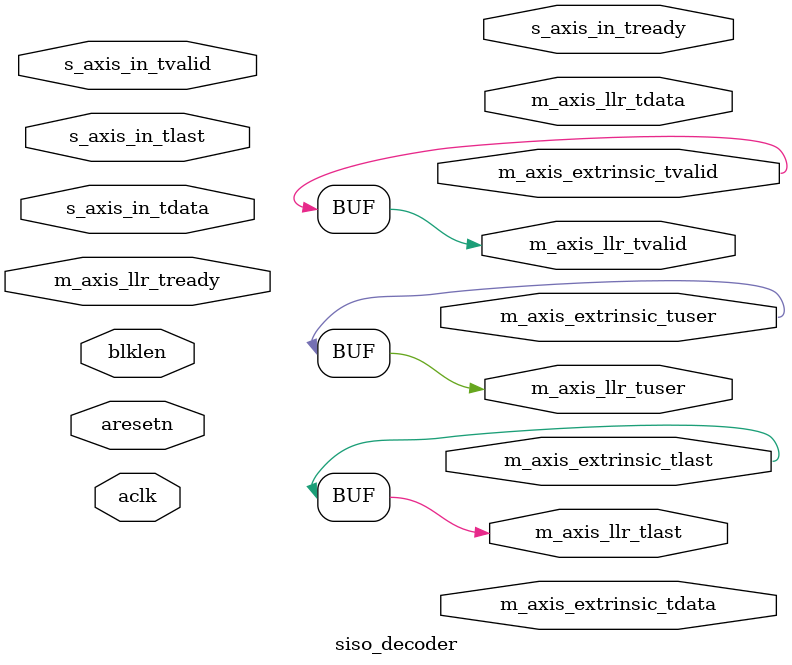
<source format=v>
module siso_decoder#(
	parameter DATA_WIDTH = 16,
	parameter DEPTH_BUF  = 256
)(
	input aclk,
	input aresetn,
	
	input [DATA_WIDTH - 1 : 0]  blklen,
	
	input [DATA_WIDTH - 1 : 0]  s_axis_in_tdata,
	input                       s_axis_in_tvalid,
	input                       s_axis_in_tlast,
	output reg                  s_axis_in_tready,	
	
	input                           m_axis_llr_tready, 
	output reg                      m_axis_llr_tvalid,
	output reg [DATA_WIDTH - 1 : 0] m_axis_llr_tdata,
	output reg                      m_axis_llr_tuser,   // Start of LLR frame 
	output reg                      m_axis_llr_tlast,    // End of LLR frame
	
	//input                           m_axis_extrinsic_tready, 
	output                          m_axis_extrinsic_tvalid,
	output     [DATA_WIDTH - 1 : 0] m_axis_extrinsic_tdata,
	output                          m_axis_extrinsic_tuser,   // Start of extrinsic frame 
	output                          m_axis_extrinsic_tlast    // End of extrinsic frame
);


	wire                         sys_array_we;
	wire [$clog2(DEPTH_BUF) - 1 : 0] sys_array_wr_addr;
	wire [$clog2(DEPTH_BUF) - 1 : 0] sys_array_rd_addr;
	wire [DATA_WIDTH - 1 : 0]        sys_array_data_in;
	wire [DATA_WIDTH - 1 : 0]        sys_array_data_out;
	
	wire                         parity_array_array_we;
	wire [$clog2(DEPTH_BUF) - 1 : 0] parity_array_wr_addr;
	wire [$clog2(DEPTH_BUF) - 1 : 0] parity_array_rd_addr;
	wire [DATA_WIDTH - 1 : 0]        parity_array_data_in;
	wire [DATA_WIDTH - 1 : 0]        parity_array_data_out;
	
	assign m_axis_extrinsic_tvalid = m_axis_llr_tvalid;
	assign m_axis_extrinsic_tuser  = m_axis_llr_tuser;
	assign m_axis_extrinsic_tlast  = m_axis_llr_tlast; 

/////////////////////////////////////////////////////
// Instances	
	
	custom_ram#(
		.DWIDTH(DATA_WIDTH),
		.DEPTH (DEPTH_BUF)
	) sys_array (
		.aclk         (aclk),
		.write_enable (sys_array_we),
		.wr_addr      (sys_array_wr_addr),
		.rd_addr      (sys_array_rd_addr),
		.data_in      (sys_array_data_in),
		.data_out     (sys_array_data_out)
	);
	
	custom_ram#(
		.DWIDTH(DATA_WIDTH),
		.DEPTH (DEPTH_BUF)
	) parity_array (
		.aclk         (aclk),
		.write_enable (sys_array_we),
		.wr_addr      (sys_array_wr_addr),
		.rd_addr      (sys_array_rd_addr),
		.data_in      (sys_array_data_in),
		.data_out     (sys_array_data_out)
	);
	

	
endmodule
</source>
